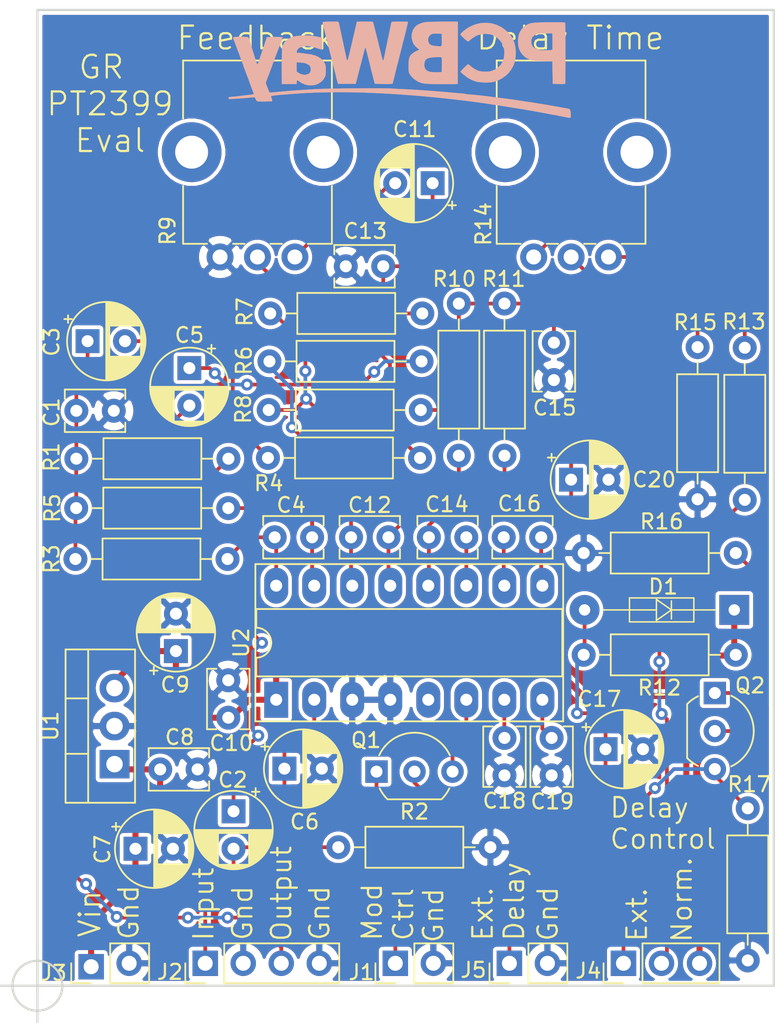
<source format=kicad_pcb>
(kicad_pcb (version 20171130) (host pcbnew "(5.1.2-1)-1")
  (layers (0 F.Cu signal) (31 B.Cu signal) (34 B.Paste user hide) (35 F.Paste user) (36 B.SilkS user) (37 F.SilkS user) (38 B.Mask user hide) (39 F.Mask user hide) (44 Edge.Cuts user))
  (net 0 "")
  (net 1 GNDREF)
  (net 2 "Net-(C2-Pad1)")
  (net 3 +5V)
  (net 4 "Net-(C1-Pad1)")
  (net 5 "Net-(C4-Pad1)")
  (net 6 "Net-(C6-Pad1)")
  (net 7 "Net-(C16-Pad1)")
  (net 8 "Net-(C17-Pad1)")
  (net 9 "Net-(C15-Pad2)")
  (net 10 "Net-(C16-Pad2)")
  (net 11 "Net-(Q1-Pad3)")
  (net 12 "Net-(R4-Pad2)")
  (net 13 "Net-(C3-Pad2)")
  (net 14 "Net-(C5-Pad1)")
  (net 15 "Net-(C11-Pad1)")
  (net 16 /In)
  (net 17 "Net-(C11-Pad2)")
  (net 18 "Net-(C12-Pad1)")
  (net 19 "Net-(C12-Pad2)")
  (net 20 /Out)
  (net 21 "Net-(C14-Pad1)")
  (net 22 /Vin)
  (net 23 "Net-(C19-Pad2)")
  (net 24 "Net-(C20-Pad1)")
  (net 25 "Net-(J4-Pad1)")
  (net 26 "Net-(J4-Pad2)")
  (net 27 "Net-(C4-Pad2)")
  (net 28 "Net-(C14-Pad2)")
  (net 29 "Net-(C18-Pad2)")
  (net 30 "Net-(Q1-Pad1)")
  (net 31 "Net-(Q2-Pad1)")
  (net 32 "Net-(R13-Pad2)")
  (net 33 "Net-(R14-Pad1)")
  (net 34 "Net-(U2-Pad5)")
  (module "_Custom_Footprints:pcb way logo" (layer B.Cu) (at 109.511 93.171 180)
    (fp_text reference G*** hide)
    (fp_text value LOGO hide)
  )
  (module Capacitor_THT:C_Disc_D3.8mm_W2.6mm_P2.50mm (layer F.Cu) (at 87.911 115.271)
    (fp_text reference C1 (at -1.65 0.1 90) (layer F.SilkS))
    (fp_text value 3n9)
    (pad 2 thru_hole circle (at 2.5 0) (size 1.6 1.6) (drill 0.8) (layers *.Cu *.Mask) (net 1 GNDREF))
    (pad 1 thru_hole circle (at 0 0) (size 1.6 1.6) (drill 0.8) (layers *.Cu *.Mask) (net 4 "Net-(C1-Pad1)"))
  )
  (module Capacitor_THT:CP_Radial_D5.0mm_P2.50mm (layer F.Cu) (at 98.411 142.021 270)
    (fp_text reference C2 (at -2.1 0.05 180) (layer F.SilkS))
    (fp_text value 4u7)
    (pad 2 thru_hole circle (at 2.5 0 270) (size 1.6 1.6) (drill 0.8) (layers *.Cu *.Mask) (net 16 /In))
    (pad 1 thru_hole rect (at 0 0 270) (size 1.6 1.6) (drill 0.8) (layers *.Cu *.Mask) (net 2 "Net-(C2-Pad1)"))
  )
  (module Capacitor_THT:CP_Radial_D5.0mm_P2.50mm (layer F.Cu) (at 88.661 110.621)
    (fp_text reference C3 (at -2.4 0.05 90) (layer F.SilkS))
    (fp_text value 4u7)
    (pad 1 thru_hole rect (at 0 0) (size 1.6 1.6) (drill 0.8) (layers *.Cu *.Mask) (net 4 "Net-(C1-Pad1)"))
    (pad 2 thru_hole circle (at 2.5 0) (size 1.6 1.6) (drill 0.8) (layers *.Cu *.Mask) (net 13 "Net-(C3-Pad2)"))
  )
  (module Capacitor_THT:C_Disc_D3.8mm_W2.6mm_P2.50mm (layer F.Cu) (at 103.661 123.721 180)
    (fp_text reference C4 (at 1.4 2.15) (layer F.SilkS))
    (fp_text value 560pF)
    (pad 1 thru_hole circle (at 0 0 180) (size 1.6 1.6) (drill 0.8) (layers *.Cu *.Mask) (net 5 "Net-(C4-Pad1)"))
    (pad 2 thru_hole circle (at 2.5 0 180) (size 1.6 1.6) (drill 0.8) (layers *.Cu *.Mask) (net 27 "Net-(C4-Pad2)"))
  )
  (module Capacitor_THT:CP_Radial_D5.0mm_P2.50mm (layer F.Cu) (at 95.461 112.421 270)
    (fp_text reference C5 (at -2.2 0 180) (layer F.SilkS))
    (fp_text value 10uF)
    (pad 2 thru_hole circle (at 2.5 0 270) (size 1.6 1.6) (drill 0.8) (layers *.Cu *.Mask) (net 20 /Out))
    (pad 1 thru_hole rect (at 0 0 270) (size 1.6 1.6) (drill 0.8) (layers *.Cu *.Mask) (net 14 "Net-(C5-Pad1)"))
  )
  (module Capacitor_THT:CP_Radial_D5.0mm_P2.50mm (layer F.Cu) (at 101.811 139.171)
    (fp_text reference C6 (at 1.35 3.55) (layer F.SilkS))
    (fp_text value 10uF)
    (pad 1 thru_hole rect (at 0 0) (size 1.6 1.6) (drill 0.8) (layers *.Cu *.Mask) (net 6 "Net-(C6-Pad1)"))
    (pad 2 thru_hole circle (at 2.5 0) (size 1.6 1.6) (drill 0.8) (layers *.Cu *.Mask) (net 1 GNDREF))
  )
  (module Capacitor_THT:CP_Radial_D5.0mm_P2.50mm (layer F.Cu) (at 91.861 144.521)
    (fp_text reference C7 (at -2.2 0.05 90) (layer F.SilkS))
    (fp_text value 4.7uF)
    (pad 1 thru_hole rect (at 0 0) (size 1.6 1.6) (drill 0.8) (layers *.Cu *.Mask) (net 22 /Vin))
    (pad 2 thru_hole circle (at 2.5 0) (size 1.6 1.6) (drill 0.8) (layers *.Cu *.Mask) (net 1 GNDREF))
  )
  (module Capacitor_THT:C_Disc_D3.8mm_W2.6mm_P2.50mm (layer F.Cu) (at 96.011 139.221 180)
    (fp_text reference C8 (at 1.2 2.15) (layer F.SilkS))
    (fp_text value 100nF)
    (pad 2 thru_hole circle (at 2.5 0 180) (size 1.6 1.6) (drill 0.8) (layers *.Cu *.Mask) (net 22 /Vin))
    (pad 1 thru_hole circle (at 0 0 180) (size 1.6 1.6) (drill 0.8) (layers *.Cu *.Mask) (net 1 GNDREF))
  )
  (module Capacitor_THT:CP_Radial_D5.0mm_P2.50mm (layer F.Cu) (at 94.561 131.321 90)
    (fp_text reference C9 (at -2.25 -0.05 180) (layer F.SilkS))
    (fp_text value 4.7uF)
    (pad 1 thru_hole rect (at 0 0 90) (size 1.6 1.6) (drill 0.8) (layers *.Cu *.Mask) (net 3 +5V))
    (pad 2 thru_hole circle (at 2.5 0 90) (size 1.6 1.6) (drill 0.8) (layers *.Cu *.Mask) (net 1 GNDREF))
  )
  (module Capacitor_THT:C_Disc_D3.8mm_W2.6mm_P2.50mm (layer F.Cu) (at 98.061 133.271 270)
    (fp_text reference C10 (at 4.2 -0.2 180) (layer F.SilkS))
    (fp_text value 100nF)
    (pad 1 thru_hole circle (at 0 0 270) (size 1.6 1.6) (drill 0.8) (layers *.Cu *.Mask) (net 1 GNDREF))
    (pad 2 thru_hole circle (at 2.5 0 270) (size 1.6 1.6) (drill 0.8) (layers *.Cu *.Mask) (net 3 +5V))
  )
  (module Capacitor_THT:CP_Radial_D5.0mm_P2.50mm (layer F.Cu) (at 111.711 100.071 180)
    (fp_text reference C11 (at 1.2 3.6) (layer F.SilkS))
    (fp_text value 10uF)
    (pad 2 thru_hole circle (at 2.5 0 180) (size 1.6 1.6) (drill 0.8) (layers *.Cu *.Mask) (net 17 "Net-(C11-Pad2)"))
    (pad 1 thru_hole rect (at 0 0 180) (size 1.6 1.6) (drill 0.8) (layers *.Cu *.Mask) (net 15 "Net-(C11-Pad1)"))
  )
  (module Capacitor_THT:C_Disc_D3.8mm_W2.6mm_P2.50mm (layer F.Cu) (at 108.761 123.721 180)
    (fp_text reference C12 (at 1.25 2.15) (layer F.SilkS))
    (fp_text value 560pF)
    (pad 2 thru_hole circle (at 2.5 0 180) (size 1.6 1.6) (drill 0.8) (layers *.Cu *.Mask) (net 19 "Net-(C12-Pad2)"))
    (pad 1 thru_hole circle (at 0 0 180) (size 1.6 1.6) (drill 0.8) (layers *.Cu *.Mask) (net 18 "Net-(C12-Pad1)"))
  )
  (module Capacitor_THT:C_Disc_D3.8mm_W2.6mm_P2.50mm (layer F.Cu) (at 105.911 105.621)
    (fp_text reference C13 (at 1.3 -2.35) (layer F.SilkS))
    (fp_text value 10nF)
    (pad 1 thru_hole circle (at 0 0) (size 1.6 1.6) (drill 0.8) (layers *.Cu *.Mask) (net 1 GNDREF))
    (pad 2 thru_hole circle (at 2.5 0) (size 1.6 1.6) (drill 0.8) (layers *.Cu *.Mask) (net 15 "Net-(C11-Pad1)"))
  )
  (module Capacitor_THT:C_Disc_D3.8mm_W2.6mm_P2.50mm (layer F.Cu) (at 113.961 123.721 180)
    (fp_text reference C14 (at 1.3 2.2) (layer F.SilkS))
    (fp_text value 82nF)
    (pad 1 thru_hole circle (at 0 0 180) (size 1.6 1.6) (drill 0.8) (layers *.Cu *.Mask) (net 21 "Net-(C14-Pad1)"))
    (pad 2 thru_hole circle (at 2.5 0 180) (size 1.6 1.6) (drill 0.8) (layers *.Cu *.Mask) (net 28 "Net-(C14-Pad2)"))
  )
  (module Capacitor_THT:C_Disc_D3.8mm_W2.6mm_P2.50mm (layer F.Cu) (at 119.811 113.221 90)
    (fp_text reference C15 (at -1.85 0.05 180) (layer F.SilkS))
    (fp_text value 3n3)
    (pad 1 thru_hole circle (at 0 0 90) (size 1.6 1.6) (drill 0.8) (layers *.Cu *.Mask) (net 1 GNDREF))
    (pad 2 thru_hole circle (at 2.5 0 90) (size 1.6 1.6) (drill 0.8) (layers *.Cu *.Mask) (net 9 "Net-(C15-Pad2)"))
  )
  (module Capacitor_THT:C_Disc_D3.8mm_W2.6mm_P2.50mm (layer F.Cu) (at 118.961 123.721 180)
    (fp_text reference C16 (at 1.45 2.25) (layer F.SilkS))
    (fp_text value 82nF)
    (pad 2 thru_hole circle (at 2.5 0 180) (size 1.6 1.6) (drill 0.8) (layers *.Cu *.Mask) (net 10 "Net-(C16-Pad2)"))
    (pad 1 thru_hole circle (at 0 0 180) (size 1.6 1.6) (drill 0.8) (layers *.Cu *.Mask) (net 7 "Net-(C16-Pad1)"))
  )
  (module Capacitor_THT:CP_Radial_D5.0mm_P2.50mm (layer F.Cu) (at 123.261 137.871)
    (fp_text reference C17 (at -0.4 -3.35 180) (layer F.SilkS))
    (fp_text value 47uF)
    (pad 2 thru_hole circle (at 2.5 0) (size 1.6 1.6) (drill 0.8) (layers *.Cu *.Mask) (net 1 GNDREF))
    (pad 1 thru_hole rect (at 0 0) (size 1.6 1.6) (drill 0.8) (layers *.Cu *.Mask) (net 8 "Net-(C17-Pad1)"))
  )
  (module Capacitor_THT:C_Disc_D3.8mm_W2.6mm_P2.50mm (layer F.Cu) (at 116.511 139.621 90)
    (fp_text reference C18 (at -1.7 0 180) (layer F.SilkS))
    (fp_text value 100nF)
    (pad 1 thru_hole circle (at 0 0 90) (size 1.6 1.6) (drill 0.8) (layers *.Cu *.Mask) (net 1 GNDREF))
    (pad 2 thru_hole circle (at 2.5 0 90) (size 1.6 1.6) (drill 0.8) (layers *.Cu *.Mask) (net 29 "Net-(C18-Pad2)"))
  )
  (module Capacitor_THT:C_Disc_D3.8mm_W2.6mm_P2.50mm (layer F.Cu) (at 119.661 139.621 90)
    (fp_text reference C19 (at -1.75 0.05 180) (layer F.SilkS))
    (fp_text value 100nF)
    (pad 2 thru_hole circle (at 2.5 0 90) (size 1.6 1.6) (drill 0.8) (layers *.Cu *.Mask) (net 23 "Net-(C19-Pad2)"))
    (pad 1 thru_hole circle (at 0 0 90) (size 1.6 1.6) (drill 0.8) (layers *.Cu *.Mask) (net 1 GNDREF))
  )
  (module Capacitor_THT:CP_Radial_D5.0mm_P2.50mm (layer F.Cu) (at 120.961 119.871)
    (fp_text reference C20 (at 5.55 0) (layer F.SilkS))
    (fp_text value 1uF)
    (pad 1 thru_hole rect (at 0 0) (size 1.6 1.6) (drill 0.8) (layers *.Cu *.Mask) (net 24 "Net-(C20-Pad1)"))
    (pad 2 thru_hole circle (at 2.5 0) (size 1.6 1.6) (drill 0.8) (layers *.Cu *.Mask) (net 1 GNDREF))
  )
  (module digikey-footprints:Diode_DO-35_P10mm (layer F.Cu) (at 131.861 128.571 180)
    (fp_text reference D1 (at 4.75 1.55) (layer F.SilkS))
    (fp_text value 1N4148)
    (pad 1 thru_hole rect (at 0 0 180) (size 2 2) (drill 0.76) (layers *.Cu *.Mask) (net 3 +5V))
    (pad 2 thru_hole circle (at 10 0 180) (size 2 2) (drill 0.76) (layers *.Cu *.Mask) (net 8 "Net-(C17-Pad1)"))
  )
  (module Connector_PinHeader_2.54mm:PinHeader_1x02_P2.54mm_Vertical (layer F.Cu) (at 109.22 152.171 90)
    (fp_text reference J1 (at -0.6 -2.259 180) (layer F.SilkS))
    (fp_text value Conn_01x02)
    (pad 1 thru_hole rect (at 0 0 90) (size 1.7 1.7) (drill 1) (layers *.Cu *.Mask) (net 6 "Net-(C6-Pad1)"))
    (pad 2 thru_hole oval (at 0 2.54 90) (size 1.7 1.7) (drill 1) (layers *.Cu *.Mask) (net 1 GNDREF))
  )
  (module Connector_PinHeader_2.54mm:PinHeader_1x04_P2.54mm_Vertical (layer F.Cu) (at 96.52 152.171 90)
    (fp_text reference J2 (at -0.58 -2.36 180) (layer F.SilkS))
    (fp_text value Conn_01x04)
    (pad 1 thru_hole rect (at 0 0 90) (size 1.7 1.7) (drill 1) (layers *.Cu *.Mask) (net 16 /In))
    (pad 2 thru_hole oval (at 0 2.54 90) (size 1.7 1.7) (drill 1) (layers *.Cu *.Mask) (net 1 GNDREF))
    (pad 3 thru_hole oval (at 0 5.08 90) (size 1.7 1.7) (drill 1) (layers *.Cu *.Mask) (net 20 /Out))
    (pad 4 thru_hole oval (at 0 7.62 90) (size 1.7 1.7) (drill 1) (layers *.Cu *.Mask) (net 1 GNDREF))
  )
  (module Connector_PinHeader_2.54mm:PinHeader_1x02_P2.54mm_Vertical (layer F.Cu) (at 88.9 152.171 90)
    (fp_text reference J3 (at -0.65 -2.489 180) (layer F.SilkS))
    (fp_text value Conn_01x02)
    (pad 2 thru_hole oval (at 0 2.54 90) (size 1.7 1.7) (drill 1) (layers *.Cu *.Mask) (net 1 GNDREF))
    (pad 1 thru_hole rect (at -0.229 0 90) (size 1.7 1.7) (drill 1) (layers *.Cu *.Mask) (net 22 /Vin))
  )
  (module Connector_PinHeader_2.54mm:PinHeader_1x03_P2.54mm_Vertical (layer F.Cu) (at 124.46 152.171 90)
    (fp_text reference J4 (at -0.5 -2.35 180) (layer F.SilkS))
    (fp_text value Conn_01x03)
    (pad 1 thru_hole rect (at 0 0 90) (size 1.7 1.7) (drill 1) (layers *.Cu *.Mask) (net 25 "Net-(J4-Pad1)"))
    (pad 2 thru_hole oval (at 0 2.54 90) (size 1.7 1.7) (drill 1) (layers *.Cu *.Mask) (net 26 "Net-(J4-Pad2)"))
    (pad 3 thru_hole oval (at 0 5.08 90) (size 1.7 1.7) (drill 1) (layers *.Cu *.Mask) (net 3 +5V))
  )
  (module Connector_PinHeader_2.54mm:PinHeader_1x02_P2.54mm_Vertical (layer F.Cu) (at 116.84 152.171 90)
    (fp_text reference J5 (at -0.45 -2.4 180) (layer F.SilkS))
    (fp_text value Conn_01x02)
    (pad 1 thru_hole rect (at 0 0 90) (size 1.7 1.7) (drill 1) (layers *.Cu *.Mask) (net 25 "Net-(J4-Pad1)"))
    (pad 2 thru_hole oval (at 0 2.54 90) (size 1.7 1.7) (drill 1) (layers *.Cu *.Mask) (net 1 GNDREF))
  )
  (module Package_TO_SOT_THT:TO-92_Inline_Wide (layer F.Cu) (at 107.961 139.371)
    (fp_text reference Q1 (at -0.7 -2.1) (layer F.SilkS))
    (fp_text value 2N3904)
    (pad 2 thru_hole circle (at 2.54 0 90) (size 1.5 1.5) (drill 0.8) (layers *.Cu *.Mask) (net 8 "Net-(C17-Pad1)"))
    (pad 3 thru_hole circle (at 5.08 0 90) (size 1.5 1.5) (drill 0.8) (layers *.Cu *.Mask) (net 11 "Net-(Q1-Pad3)"))
    (pad 1 thru_hole rect (at 0 0 90) (size 1.5 1.5) (drill 0.8) (layers *.Cu *.Mask) (net 30 "Net-(Q1-Pad1)"))
  )
  (module Package_TO_SOT_THT:TO-92_Inline_Wide (layer F.Cu) (at 130.561 134.121 270)
    (fp_text reference Q2 (at -0.5 -2.35 180) (layer F.SilkS))
    (fp_text value 2N3904)
    (pad 1 thru_hole rect (at 0 0) (size 1.5 1.5) (drill 0.8) (layers *.Cu *.Mask) (net 31 "Net-(Q2-Pad1)"))
    (pad 3 thru_hole circle (at 5.08 0) (size 1.5 1.5) (drill 0.8) (layers *.Cu *.Mask) (net 30 "Net-(Q1-Pad1)"))
    (pad 2 thru_hole circle (at 2.54 0) (size 1.5 1.5) (drill 0.8) (layers *.Cu *.Mask) (net 24 "Net-(C20-Pad1)"))
  )
  (module Resistor_THT:R_Axial_DIN0207_L6.3mm_D2.5mm_P10.16mm_Horizontal (layer F.Cu) (at 87.911 118.471)
    (fp_text reference R1 (at -1.65 -0.1 90) (layer F.SilkS))
    (fp_text value 15K)
    (pad 2 thru_hole oval (at 10.16 0) (size 1.6 1.6) (drill 0.8) (layers *.Cu *.Mask) (net 2 "Net-(C2-Pad1)"))
    (pad 1 thru_hole circle (at 0 0) (size 1.6 1.6) (drill 0.8) (layers *.Cu *.Mask) (net 4 "Net-(C1-Pad1)"))
  )
  (module Resistor_THT:R_Axial_DIN0207_L6.3mm_D2.5mm_P10.16mm_Horizontal (layer F.Cu) (at 105.411 144.421)
    (fp_text reference R2 (at 5.08 -2.37) (layer F.SilkS))
    (fp_text value 100K)
    (pad 2 thru_hole oval (at 10.16 0) (size 1.6 1.6) (drill 0.8) (layers *.Cu *.Mask) (net 1 GNDREF))
    (pad 1 thru_hole circle (at 0 0) (size 1.6 1.6) (drill 0.8) (layers *.Cu *.Mask) (net 16 /In))
  )
  (module Resistor_THT:R_Axial_DIN0207_L6.3mm_D2.5mm_P10.16mm_Horizontal (layer F.Cu) (at 98.011 125.171 180)
    (fp_text reference R3 (at 11.75 0 90) (layer F.SilkS))
    (fp_text value 10K)
    (pad 2 thru_hole oval (at 10.16 0 180) (size 1.6 1.6) (drill 0.8) (layers *.Cu *.Mask) (net 4 "Net-(C1-Pad1)"))
    (pad 1 thru_hole circle (at 0 0 180) (size 1.6 1.6) (drill 0.8) (layers *.Cu *.Mask) (net 27 "Net-(C4-Pad2)"))
  )
  (module Resistor_THT:R_Axial_DIN0207_L6.3mm_D2.5mm_P10.16mm_Horizontal (layer F.Cu) (at 100.711 118.421)
    (fp_text reference R4 (at 0.05 1.7) (layer F.SilkS))
    (fp_text value 10K)
    (pad 1 thru_hole circle (at 0 0) (size 1.6 1.6) (drill 0.8) (layers *.Cu *.Mask) (net 13 "Net-(C3-Pad2)"))
    (pad 2 thru_hole oval (at 10.16 0) (size 1.6 1.6) (drill 0.8) (layers *.Cu *.Mask) (net 12 "Net-(R4-Pad2)"))
  )
  (module Resistor_THT:R_Axial_DIN0207_L6.3mm_D2.5mm_P10.16mm_Horizontal (layer F.Cu) (at 98.061 121.771 180)
    (fp_text reference R5 (at 11.75 0 90) (layer F.SilkS))
    (fp_text value 10K)
    (pad 1 thru_hole circle (at 0 0 180) (size 1.6 1.6) (drill 0.8) (layers *.Cu *.Mask) (net 5 "Net-(C4-Pad1)"))
    (pad 2 thru_hole oval (at 10.16 0 180) (size 1.6 1.6) (drill 0.8) (layers *.Cu *.Mask) (net 4 "Net-(C1-Pad1)"))
  )
  (module Resistor_THT:R_Axial_DIN0207_L6.3mm_D2.5mm_P10.16mm_Horizontal (layer F.Cu) (at 100.811 111.971)
    (fp_text reference R6 (at -1.7 -0.05 90) (layer F.SilkS))
    (fp_text value 4K7)
    (pad 2 thru_hole oval (at 10.16 0) (size 1.6 1.6) (drill 0.8) (layers *.Cu *.Mask) (net 14 "Net-(C5-Pad1)"))
    (pad 1 thru_hole circle (at 0 0) (size 1.6 1.6) (drill 0.8) (layers *.Cu *.Mask) (net 5 "Net-(C4-Pad1)"))
  )
  (module Resistor_THT:R_Axial_DIN0207_L6.3mm_D2.5mm_P10.16mm_Horizontal (layer F.Cu) (at 100.861 108.771)
    (fp_text reference R7 (at -1.7 -0.1 90) (layer F.SilkS))
    (fp_text value 5K6)
    (pad 1 thru_hole circle (at 0 0) (size 1.6 1.6) (drill 0.8) (layers *.Cu *.Mask) (net 19 "Net-(C12-Pad2)"))
    (pad 2 thru_hole oval (at 10.16 0) (size 1.6 1.6) (drill 0.8) (layers *.Cu *.Mask) (net 15 "Net-(C11-Pad1)"))
  )
  (module Resistor_THT:R_Axial_DIN0207_L6.3mm_D2.5mm_P10.16mm_Horizontal (layer F.Cu) (at 100.761 115.221)
    (fp_text reference R8 (at -1.7 -0.05 90) (layer F.SilkS))
    (fp_text value 15K)
    (pad 2 thru_hole oval (at 10.16 0) (size 1.6 1.6) (drill 0.8) (layers *.Cu *.Mask) (net 9 "Net-(C15-Pad2)"))
    (pad 1 thru_hole circle (at 0 0) (size 1.6 1.6) (drill 0.8) (layers *.Cu *.Mask) (net 19 "Net-(C12-Pad2)"))
  )
  (module footprints:Potentiometer_Bourns_PTV09A-1 (layer F.Cu) (at 102.511 105 90)
    (fp_text reference R9 (at 1.75 -8.5 90) (layer F.SilkS))
    (fp_text value 50K)
    (pad "" np_thru_hole circle (at 7 1.9 90) (size 4 4) (drill 2.2) (layers *.Cu *.Mask))
    (pad "" np_thru_hole circle (at 7 -6.9 90) (size 4 4) (drill 2.2) (layers *.Cu *.Mask))
    (pad 1 thru_hole circle (at 0 0 90) (size 1.8 1.8) (drill 1) (layers *.Cu *.Mask) (net 17 "Net-(C11-Pad2)"))
    (pad 2 thru_hole circle (at 0 -2.5 90) (size 1.8 1.8) (drill 1) (layers *.Cu *.Mask) (net 12 "Net-(R4-Pad2)"))
    (pad 3 thru_hole circle (at 0 -5 90) (size 1.8 1.8) (drill 1) (layers *.Cu *.Mask) (net 1 GNDREF))
  )
  (module Resistor_THT:R_Axial_DIN0207_L6.3mm_D2.5mm_P10.16mm_Horizontal (layer F.Cu) (at 113.461 118.271 90)
    (fp_text reference R10 (at 11.8 -0.3 180) (layer F.SilkS))
    (fp_text value 10K)
    (pad 1 thru_hole circle (at 0 0 90) (size 1.6 1.6) (drill 0.8) (layers *.Cu *.Mask) (net 18 "Net-(C12-Pad1)"))
    (pad 2 thru_hole oval (at 10.16 0 90) (size 1.6 1.6) (drill 0.8) (layers *.Cu *.Mask) (net 9 "Net-(C15-Pad2)"))
  )
  (module Resistor_THT:R_Axial_DIN0207_L6.3mm_D2.5mm_P10.16mm_Horizontal (layer F.Cu) (at 116.511 118.271 90)
    (fp_text reference R11 (at 11.8 -0.05 180) (layer F.SilkS))
    (fp_text value 10K)
    (pad 1 thru_hole circle (at 0 0 90) (size 1.6 1.6) (drill 0.8) (layers *.Cu *.Mask) (net 28 "Net-(C14-Pad2)"))
    (pad 2 thru_hole oval (at 10.16 0 90) (size 1.6 1.6) (drill 0.8) (layers *.Cu *.Mask) (net 9 "Net-(C15-Pad2)"))
  )
  (module Resistor_THT:R_Axial_DIN0207_L6.3mm_D2.5mm_P10.16mm_Horizontal (layer F.Cu) (at 131.961 131.571 180)
    (fp_text reference R12 (at 5.1 -2.2) (layer F.SilkS))
    (fp_text value 10K)
    (pad 2 thru_hole oval (at 10.16 0 180) (size 1.6 1.6) (drill 0.8) (layers *.Cu *.Mask) (net 8 "Net-(C17-Pad1)"))
    (pad 1 thru_hole circle (at 0 0 180) (size 1.6 1.6) (drill 0.8) (layers *.Cu *.Mask) (net 3 +5V))
  )
  (module Resistor_THT:R_Axial_DIN0207_L6.3mm_D2.5mm_P10.16mm_Horizontal (layer F.Cu) (at 132.561 121.221 90)
    (fp_text reference R13 (at 11.9 -0.05 180) (layer F.SilkS))
    (fp_text value 10K)
    (pad 1 thru_hole circle (at 0 0 90) (size 1.6 1.6) (drill 0.8) (layers *.Cu *.Mask) (net 26 "Net-(J4-Pad2)"))
    (pad 2 thru_hole oval (at 10.16 0 90) (size 1.6 1.6) (drill 0.8) (layers *.Cu *.Mask) (net 32 "Net-(R13-Pad2)"))
  )
  (module footprints:Potentiometer_Bourns_PTV09A-1 (layer F.Cu) (at 123.461 105 90)
    (fp_text reference R14 (at 2.2 -8.35 90) (layer F.SilkS))
    (fp_text value 10K)
    (pad 3 thru_hole circle (at 0 -5 90) (size 1.8 1.8) (drill 1) (layers *.Cu *.Mask) (net 32 "Net-(R13-Pad2)"))
    (pad 2 thru_hole circle (at 0 -2.5 90) (size 1.8 1.8) (drill 1) (layers *.Cu *.Mask) (net 24 "Net-(C20-Pad1)"))
    (pad 1 thru_hole circle (at 0 0 90) (size 1.8 1.8) (drill 1) (layers *.Cu *.Mask) (net 33 "Net-(R14-Pad1)"))
    (pad "" np_thru_hole circle (at 7 -6.9 90) (size 4 4) (drill 2.2) (layers *.Cu *.Mask))
    (pad "" np_thru_hole circle (at 7 1.9 90) (size 4 4) (drill 2.2) (layers *.Cu *.Mask))
  )
  (module Resistor_THT:R_Axial_DIN0207_L6.3mm_D2.5mm_P10.16mm_Horizontal (layer F.Cu) (at 129.411 111.021 270)
    (fp_text reference R15 (at -1.65 0.15 180) (layer F.SilkS))
    (fp_text value 2K)
    (pad 2 thru_hole oval (at 10.16 0 270) (size 1.6 1.6) (drill 0.8) (layers *.Cu *.Mask) (net 1 GNDREF))
    (pad 1 thru_hole circle (at 0 0 270) (size 1.6 1.6) (drill 0.8) (layers *.Cu *.Mask) (net 33 "Net-(R14-Pad1)"))
  )
  (module Resistor_THT:R_Axial_DIN0207_L6.3mm_D2.5mm_P10.16mm_Horizontal (layer F.Cu) (at 131.961 124.771 180)
    (fp_text reference R16 (at 4.95 2.1) (layer F.SilkS))
    (fp_text value 1K)
    (pad 1 thru_hole circle (at 0 0 180) (size 1.6 1.6) (drill 0.8) (layers *.Cu *.Mask) (net 31 "Net-(Q2-Pad1)"))
    (pad 2 thru_hole oval (at 10.16 0 180) (size 1.6 1.6) (drill 0.8) (layers *.Cu *.Mask) (net 1 GNDREF))
  )
  (module Resistor_THT:R_Axial_DIN0207_L6.3mm_D2.5mm_P10.16mm_Horizontal (layer F.Cu) (at 132.761 141.821 270)
    (fp_text reference R17 (at -1.6 -0.1) (layer F.SilkS))
    (fp_text value 15K)
    (pad 1 thru_hole circle (at 0 0 270) (size 1.6 1.6) (drill 0.8) (layers *.Cu *.Mask) (net 30 "Net-(Q1-Pad1)"))
    (pad 2 thru_hole oval (at 10.16 0 270) (size 1.6 1.6) (drill 0.8) (layers *.Cu *.Mask) (net 1 GNDREF))
  )
  (module Package_TO_SOT_THT:TO-220-3_Vertical (layer F.Cu) (at 90.461 138.871 90)
    (fp_text reference U1 (at 2.54 -4.27 90) (layer F.SilkS))
    (fp_text value LM7805_TO220)
    (pad 1 thru_hole rect (at 0 0 90) (size 1.905 2) (drill 1.1) (layers *.Cu *.Mask) (net 22 /Vin))
    (pad 2 thru_hole oval (at 2.54 0 90) (size 1.905 2) (drill 1.1) (layers *.Cu *.Mask) (net 1 GNDREF))
    (pad 3 thru_hole oval (at 5.08 0 90) (size 1.905 2) (drill 1.1) (layers *.Cu *.Mask) (net 3 +5V))
  )
  (module Package_DIP:DIP-16_W7.62mm_Socket_LongPads (layer F.Cu) (at 101.261 134.571 90)
    (fp_text reference U2 (at 3.81 -2.33 90) (layer F.SilkS))
    (fp_text value PT2399)
    (pad 1 thru_hole rect (at 0 0 90) (size 2.4 1.6) (drill 0.8) (layers *.Cu *.Mask) (net 3 +5V))
    (pad 9 thru_hole oval (at 7.62 17.78 90) (size 2.4 1.6) (drill 0.8) (layers *.Cu *.Mask) (net 7 "Net-(C16-Pad1)"))
    (pad 2 thru_hole oval (at 0 2.54 90) (size 2.4 1.6) (drill 0.8) (layers *.Cu *.Mask) (net 6 "Net-(C6-Pad1)"))
    (pad 10 thru_hole oval (at 7.62 15.24 90) (size 2.4 1.6) (drill 0.8) (layers *.Cu *.Mask) (net 10 "Net-(C16-Pad2)"))
    (pad 3 thru_hole oval (at 0 5.08 90) (size 2.4 1.6) (drill 0.8) (layers *.Cu *.Mask) (net 1 GNDREF))
    (pad 11 thru_hole oval (at 7.62 12.7 90) (size 2.4 1.6) (drill 0.8) (layers *.Cu *.Mask) (net 21 "Net-(C14-Pad1)"))
    (pad 4 thru_hole oval (at 0 7.62 90) (size 2.4 1.6) (drill 0.8) (layers *.Cu *.Mask) (net 1 GNDREF))
    (pad 12 thru_hole oval (at 7.62 10.16 90) (size 2.4 1.6) (drill 0.8) (layers *.Cu *.Mask) (net 28 "Net-(C14-Pad2)"))
    (pad 5 thru_hole oval (at 0 10.16 90) (size 2.4 1.6) (drill 0.8) (layers *.Cu *.Mask) (net 34 "Net-(U2-Pad5)"))
    (pad 13 thru_hole oval (at 7.62 7.62 90) (size 2.4 1.6) (drill 0.8) (layers *.Cu *.Mask) (net 18 "Net-(C12-Pad1)"))
    (pad 6 thru_hole oval (at 0 12.7 90) (size 2.4 1.6) (drill 0.8) (layers *.Cu *.Mask) (net 11 "Net-(Q1-Pad3)"))
    (pad 14 thru_hole oval (at 7.62 5.08 90) (size 2.4 1.6) (drill 0.8) (layers *.Cu *.Mask) (net 19 "Net-(C12-Pad2)"))
    (pad 7 thru_hole oval (at 0 15.24 90) (size 2.4 1.6) (drill 0.8) (layers *.Cu *.Mask) (net 29 "Net-(C18-Pad2)"))
    (pad 15 thru_hole oval (at 7.62 2.54 90) (size 2.4 1.6) (drill 0.8) (layers *.Cu *.Mask) (net 5 "Net-(C4-Pad1)"))
    (pad 8 thru_hole oval (at 0 17.78 90) (size 2.4 1.6) (drill 0.8) (layers *.Cu *.Mask) (net 23 "Net-(C19-Pad2)"))
    (pad 16 thru_hole oval (at 7.62 0 90) (size 2.4 1.6) (drill 0.8) (layers *.Cu *.Mask) (net 27 "Net-(C4-Pad2)"))
  )
  (gr_text "Delay Time" (at 120.911 90.371) (layer F.SilkS) (effects (font (size 1.524 1.524))))
  (gr_text Feedback (at 99.911 90.371) (layer F.SilkS) (effects (font (size 1.524 1.524))))
  (gr_text "Delay\nControl" (at 123.461 142.821) (layer F.SilkS) (effects (font (size 1.3 1.3)) (justify left)))
  (gr_text Norm. (at 128.361 150.871 90) (layer F.SilkS) (effects (font (size 1.3 1.3)) (justify left)))
  (gr_text Ext. (at 125.361 150.821 90) (layer F.SilkS) (effects (font (size 1.3 1.3)) (justify left)))
  (gr_text "Ext.\nDelay" (at 116.111 150.771 90) (layer F.SilkS) (effects (font (size 1.3 1.3)) (justify left)))
  (gr_text "Mod \nCtrl" (at 108.711 150.771 90) (layer F.SilkS) (effects (font (size 1.3 1.3)) (justify left)))
  (gr_text Output (at 101.611 147.521 90) (layer F.SilkS) (effects (font (size 1.3 1.3))))
  (gr_text Input (at 96.411 148.221 90) (layer F.SilkS) (effects (font (size 1.3 1.3))))
  (gr_text "Gnd\n" (at 119.411 148.871 90) (layer F.SilkS) (effects (font (size 1.3 1.3))))
  (gr_text "Gnd\n" (at 111.761 148.971 90) (layer F.SilkS) (effects (font (size 1.3 1.3))))
  (gr_text "Gnd\n" (at 104.161 148.821 90) (layer F.SilkS) (effects (font (size 1.3 1.3))))
  (gr_text "Gnd\n" (at 99.011 148.821 90) (layer F.SilkS) (effects (font (size 1.3 1.3))))
  (target plus (at 85.311 153.671) (size 5) (width 0.15) (layer Edge.Cuts))
  (gr_line (start 85.311 153.671) (end 85.311 88.5) (layer Edge.Cuts) (width 0.15))
  (gr_line (start 134.5 153.671) (end 85.311 153.671) (layer Edge.Cuts) (width 0.15))
  (gr_line (start 134.5 88.5) (end 134.5 153.671) (layer Edge.Cuts) (width 0.15))
  (gr_line (start 85.311 88.5) (end 134.5 88.5) (layer Edge.Cuts) (width 0.15))
  (gr_text Vin (at 88.811 148.871 90) (layer F.SilkS) (effects (font (size 1.4 1.4))))
  (gr_text "Gnd\n" (at 91.411 148.771 90) (layer F.SilkS) (effects (font (size 1.3 1.3))))
  (gr_text "GR \nPT2399\nEval" (at 90.161 94.771) (layer F.SilkS) (effects (font (size 1.524 1.524))))
  (segment (start 98.411 138.621) (end 100.061 136.971) (width 0.25) (layer F.Cu) (net 2))
  (via (at 100.061 136.971) (size 0.8) (drill 0.4) (layers F.Cu B.Cu) (net 2))
  (segment (start 98.411 142.021) (end 98.411 138.621) (width 0.25) (layer F.Cu) (net 2))
  (segment (start 100.061 136.971) (end 99.711 136.621) (width 0.25) (layer B.Cu) (net 2))
  (via (at 100.311 130.771) (size 0.8) (drill 0.4) (layers F.Cu B.Cu) (net 2))
  (segment (start 99.711 131.371) (end 100.311 130.771) (width 0.25) (layer B.Cu) (net 2))
  (segment (start 99.711 136.621) (end 99.711 131.371) (width 0.25) (layer B.Cu) (net 2))
  (segment (start 96.411 120.131) (end 98.071 118.471) (width 0.25) (layer F.Cu) (net 2))
  (segment (start 96.411 126.871) (end 96.411 120.131) (width 0.25) (layer F.Cu) (net 2))
  (segment (start 100.311 130.771) (end 96.411 126.871) (width 0.25) (layer F.Cu) (net 2))
  (segment (start 90.461 133.791) (end 90.461 133.371) (width 0.4064) (layer F.Cu) (net 3))
  (segment (start 92.511 131.321) (end 94.561 131.321) (width 0.4064) (layer F.Cu) (net 3))
  (segment (start 90.461 133.371) (end 92.511 131.321) (width 0.4064) (layer F.Cu) (net 3))
  (segment (start 94.561 131.321) (end 94.561 134.521) (width 0.4064) (layer F.Cu) (net 3))
  (segment (start 95.811 135.771) (end 98.061 135.771) (width 0.4064) (layer F.Cu) (net 3))
  (segment (start 94.561 134.521) (end 95.811 135.771) (width 0.4064) (layer F.Cu) (net 3))
  (segment (start 98.061 135.771) (end 98.261 135.771) (width 0.4064) (layer F.Cu) (net 3))
  (segment (start 99.461 134.571) (end 101.261 134.571) (width 0.4064) (layer F.Cu) (net 3))
  (segment (start 98.261 135.771) (end 99.461 134.571) (width 0.4064) (layer F.Cu) (net 3))
  (segment (start 131.861 131.471) (end 131.961 131.571) (width 0.4064) (layer F.Cu) (net 3))
  (segment (start 131.861 128.571) (end 131.861 131.471) (width 0.4064) (layer F.Cu) (net 3))
  (segment (start 101.261 134.571) (end 101.261 132.271) (width 0.4064) (layer F.Cu) (net 3))
  (segment (start 101.261 132.271) (end 101.811 131.721) (width 0.4064) (layer F.Cu) (net 3))
  (segment (start 101.811 131.721) (end 119.161 131.721) (width 0.4064) (layer F.Cu) (net 3))
  (segment (start 119.161 131.721) (end 121.761 134.321) (width 0.4064) (layer F.Cu) (net 3))
  (segment (start 121.761 134.321) (end 128.111 134.321) (width 0.4064) (layer F.Cu) (net 3))
  (segment (start 128.661 134.321) (end 128.111 134.321) (width 0.4064) (layer F.Cu) (net 3))
  (segment (start 128.661 132.471) (end 128.661 134.321) (width 0.4064) (layer F.Cu) (net 3))
  (segment (start 129.511 131.621) (end 128.661 132.471) (width 0.4064) (layer F.Cu) (net 3))
  (segment (start 131.861 131.621) (end 129.511 131.621) (width 0.4064) (layer F.Cu) (net 3))
  (segment (start 131.961 131.721) (end 131.861 131.621) (width 0.4064) (layer F.Cu) (net 3))
  (segment (start 131.961 131.571) (end 131.961 131.721) (width 0.4064) (layer F.Cu) (net 3))
  (segment (start 129.54 150.3) (end 129.54 152.171) (width 0.4064) (layer F.Cu) (net 3))
  (segment (start 128.661 149.421) (end 129.54 150.3) (width 0.4064) (layer F.Cu) (net 3))
  (segment (start 128.661 134.321) (end 128.661 149.421) (width 0.4064) (layer F.Cu) (net 3))
  (segment (start 87.851 121.821) (end 87.901 121.771) (width 0.25) (layer F.Cu) (net 4))
  (segment (start 87.851 125.171) (end 87.851 121.821) (width 0.25) (layer F.Cu) (net 4))
  (segment (start 87.901 118.481) (end 87.911 118.471) (width 0.25) (layer F.Cu) (net 4))
  (segment (start 87.901 121.771) (end 87.901 118.481) (width 0.25) (layer F.Cu) (net 4))
  (segment (start 87.911 118.471) (end 87.911 115.271) (width 0.25) (layer F.Cu) (net 4))
  (segment (start 88.661 110.621) (end 88.661 112.971) (width 0.25) (layer F.Cu) (net 4))
  (segment (start 87.911 113.721) (end 87.911 115.271) (width 0.25) (layer F.Cu) (net 4))
  (segment (start 88.661 112.971) (end 87.911 113.721) (width 0.25) (layer F.Cu) (net 4))
  (segment (start 103.661 126.811) (end 103.801 126.951) (width 0.25) (layer F.Cu) (net 5))
  (segment (start 103.661 123.721) (end 103.661 126.811) (width 0.25) (layer F.Cu) (net 5))
  (segment (start 100.811 111.971) (end 100.811 112.321) (width 0.25) (layer B.Cu) (net 5))
  (segment (start 102.311 113.821) (end 102.311 116.371) (width 0.25) (layer B.Cu) (net 5))
  (via (at 102.311 116.371) (size 0.8) (drill 0.4) (layers F.Cu B.Cu) (net 5))
  (segment (start 100.811 112.321) (end 102.311 113.821) (width 0.25) (layer B.Cu) (net 5))
  (segment (start 103.661 117.721) (end 103.661 123.721) (width 0.25) (layer F.Cu) (net 5))
  (segment (start 102.311 116.371) (end 103.661 117.721) (width 0.25) (layer F.Cu) (net 5))
  (segment (start 103.661 121.771) (end 103.661 123.721) (width 0.25) (layer F.Cu) (net 5))
  (segment (start 98.061 121.771) (end 103.661 121.771) (width 0.25) (layer F.Cu) (net 5))
  (segment (start 103.801 134.571) (end 103.801 136.481) (width 0.25) (layer F.Cu) (net 6))
  (segment (start 103.801 136.481) (end 103.061 137.221) (width 0.25) (layer F.Cu) (net 6))
  (segment (start 103.061 137.221) (end 102.361 137.221) (width 0.25) (layer F.Cu) (net 6))
  (segment (start 101.811 137.771) (end 101.811 139.171) (width 0.25) (layer F.Cu) (net 6))
  (segment (start 102.361 137.221) (end 101.811 137.771) (width 0.25) (layer F.Cu) (net 6))
  (segment (start 109.22 152.171) (end 109.22 144.83) (width 0.25) (layer F.Cu) (net 6))
  (segment (start 109.22 144.83) (end 106.911 142.521) (width 0.25) (layer F.Cu) (net 6))
  (segment (start 106.911 142.521) (end 102.961 142.521) (width 0.25) (layer F.Cu) (net 6))
  (segment (start 101.811 141.371) (end 101.811 139.171) (width 0.25) (layer F.Cu) (net 6))
  (segment (start 102.961 142.521) (end 101.811 141.371) (width 0.25) (layer F.Cu) (net 6))
  (segment (start 118.961 126.871) (end 119.041 126.951) (width 0.25) (layer F.Cu) (net 7))
  (segment (start 118.961 123.721) (end 118.961 126.871) (width 0.25) (layer F.Cu) (net 7))
  (segment (start 121.861 131.511) (end 121.801 131.571) (width 0.25) (layer F.Cu) (net 8))
  (segment (start 121.861 128.571) (end 121.861 131.511) (width 0.25) (layer F.Cu) (net 8))
  (segment (start 123.261 137.871) (end 123.261 136.421) (width 0.25) (layer F.Cu) (net 8))
  (via (at 121.361 135.471) (size 0.8) (drill 0.4) (layers F.Cu B.Cu) (net 8))
  (segment (start 122.311 135.471) (end 121.361 135.471) (width 0.25) (layer F.Cu) (net 8))
  (segment (start 123.261 136.421) (end 122.311 135.471) (width 0.25) (layer F.Cu) (net 8))
  (segment (start 121.361 132.011) (end 121.801 131.571) (width 0.25) (layer B.Cu) (net 8))
  (segment (start 121.361 135.471) (end 121.361 132.011) (width 0.25) (layer B.Cu) (net 8))
  (segment (start 110.501 139.371) (end 110.501 140.111) (width 0.25) (layer F.Cu) (net 8))
  (segment (start 110.501 140.111) (end 111.661 141.271) (width 0.25) (layer F.Cu) (net 8))
  (segment (start 111.661 141.271) (end 121.761 141.271) (width 0.25) (layer F.Cu) (net 8))
  (segment (start 123.261 139.771) (end 123.261 137.871) (width 0.25) (layer F.Cu) (net 8))
  (segment (start 121.761 141.271) (end 123.261 139.771) (width 0.25) (layer F.Cu) (net 8))
  (segment (start 113.461 108.111) (end 116.511 108.111) (width 0.25) (layer F.Cu) (net 9))
  (segment (start 116.511 108.111) (end 118.701 108.111) (width 0.25) (layer F.Cu) (net 9))
  (segment (start 119.811 109.221) (end 119.811 110.721) (width 0.25) (layer F.Cu) (net 9))
  (segment (start 118.701 108.111) (end 119.811 109.221) (width 0.25) (layer F.Cu) (net 9))
  (segment (start 110.921 115.221) (end 112.511 115.221) (width 0.25) (layer F.Cu) (net 9))
  (segment (start 113.461 114.271) (end 113.461 108.111) (width 0.25) (layer F.Cu) (net 9))
  (segment (start 112.511 115.221) (end 113.461 114.271) (width 0.25) (layer F.Cu) (net 9))
  (segment (start 116.461 126.911) (end 116.501 126.951) (width 0.25) (layer F.Cu) (net 10))
  (segment (start 116.461 123.721) (end 116.461 126.911) (width 0.25) (layer F.Cu) (net 10))
  (segment (start 113.041 139.371) (end 113.041 137.691) (width 0.25) (layer F.Cu) (net 11))
  (segment (start 113.961 136.771) (end 113.961 134.571) (width 0.25) (layer F.Cu) (net 11))
  (segment (start 113.041 137.691) (end 113.961 136.771) (width 0.25) (layer F.Cu) (net 11))
  (segment (start 100.011 105) (end 100.011 105.371) (width 0.25) (layer F.Cu) (net 12))
  (segment (start 100.011 105.371) (end 102.861 108.221) (width 0.25) (layer F.Cu) (net 12))
  (segment (start 102.861 108.221) (end 104.961 108.221) (width 0.25) (layer F.Cu) (net 12))
  (segment (start 104.961 108.221) (end 108.861 112.121) (width 0.25) (layer F.Cu) (net 12))
  (segment (start 108.861 116.411) (end 110.871 118.421) (width 0.25) (layer F.Cu) (net 12))
  (segment (start 108.861 112.121) (end 108.861 116.411) (width 0.25) (layer F.Cu) (net 12))
  (segment (start 100.711 118.421) (end 100.711 118.371) (width 0.25) (layer F.Cu) (net 13))
  (segment (start 100.711 118.371) (end 98.361 116.021) (width 0.25) (layer F.Cu) (net 13))
  (segment (start 98.361 116.021) (end 98.361 111.571) (width 0.25) (layer F.Cu) (net 13))
  (segment (start 97.411 110.621) (end 91.161 110.621) (width 0.25) (layer F.Cu) (net 13))
  (segment (start 98.361 111.571) (end 97.411 110.621) (width 0.25) (layer F.Cu) (net 13))
  (via (at 97.161 112.771) (size 0.8) (drill 0.4) (layers F.Cu B.Cu) (net 14))
  (segment (start 96.811 112.421) (end 97.161 112.771) (width 0.25) (layer F.Cu) (net 14))
  (segment (start 95.461 112.421) (end 96.811 112.421) (width 0.25) (layer F.Cu) (net 14))
  (via (at 99.311 113.521) (size 0.8) (drill 0.4) (layers F.Cu B.Cu) (net 14))
  (segment (start 97.911 113.521) (end 99.311 113.521) (width 0.25) (layer B.Cu) (net 14))
  (segment (start 97.161 112.771) (end 97.911 113.521) (width 0.25) (layer B.Cu) (net 14))
  (via (at 107.811 112.671) (size 0.8) (drill 0.4) (layers F.Cu B.Cu) (net 14))
  (segment (start 106.961 113.521) (end 107.811 112.671) (width 0.25) (layer F.Cu) (net 14))
  (segment (start 99.311 113.521) (end 106.961 113.521) (width 0.25) (layer F.Cu) (net 14))
  (segment (start 108.511 111.971) (end 110.971 111.971) (width 0.25) (layer B.Cu) (net 14))
  (segment (start 107.811 112.671) (end 108.511 111.971) (width 0.25) (layer B.Cu) (net 14))
  (segment (start 108.411 105.621) (end 108.411 107.821) (width 0.25) (layer F.Cu) (net 15))
  (segment (start 109.361 108.771) (end 111.021 108.771) (width 0.25) (layer F.Cu) (net 15))
  (segment (start 108.411 107.821) (end 109.361 108.771) (width 0.25) (layer F.Cu) (net 15))
  (segment (start 108.411 105.621) (end 110.611 105.621) (width 0.25) (layer F.Cu) (net 15))
  (segment (start 111.711 104.521) (end 111.711 100.071) (width 0.25) (layer F.Cu) (net 15))
  (segment (start 110.611 105.621) (end 111.711 104.521) (width 0.25) (layer F.Cu) (net 15))
  (segment (start 96.52 152.171) (end 96.52 148.562) (width 0.25) (layer F.Cu) (net 16))
  (segment (start 98.411 146.671) (end 98.411 144.521) (width 0.25) (layer F.Cu) (net 16))
  (segment (start 96.52 148.562) (end 98.411 146.671) (width 0.25) (layer F.Cu) (net 16))
  (segment (start 98.511 144.421) (end 98.411 144.521) (width 0.25) (layer F.Cu) (net 16))
  (segment (start 105.411 144.421) (end 98.511 144.421) (width 0.25) (layer F.Cu) (net 16))
  (segment (start 109.211 100.071) (end 108.911 100.071) (width 0.25) (layer F.Cu) (net 17))
  (segment (start 108.911 100.071) (end 106.011 102.971) (width 0.25) (layer F.Cu) (net 17))
  (segment (start 104.54 102.971) (end 102.511 105) (width 0.25) (layer F.Cu) (net 17))
  (segment (start 106.011 102.971) (end 104.54 102.971) (width 0.25) (layer F.Cu) (net 17))
  (segment (start 108.761 126.831) (end 108.881 126.951) (width 0.25) (layer F.Cu) (net 18))
  (segment (start 108.761 123.721) (end 108.761 126.831) (width 0.25) (layer F.Cu) (net 18))
  (segment (start 113.461 119.521) (end 113.461 118.271) (width 0.25) (layer F.Cu) (net 18))
  (segment (start 110.411 122.571) (end 113.461 119.521) (width 0.25) (layer F.Cu) (net 18))
  (segment (start 109.861 122.571) (end 110.411 122.571) (width 0.25) (layer F.Cu) (net 18))
  (segment (start 108.761 123.671) (end 109.861 122.571) (width 0.25) (layer F.Cu) (net 18))
  (segment (start 108.761 123.721) (end 108.761 123.671) (width 0.25) (layer F.Cu) (net 18))
  (segment (start 106.261 126.871) (end 106.341 126.951) (width 0.25) (layer F.Cu) (net 19))
  (segment (start 106.261 123.721) (end 106.261 126.871) (width 0.25) (layer F.Cu) (net 19))
  (segment (start 100.861 108.771) (end 101.111 108.771) (width 0.25) (layer F.Cu) (net 19))
  (via (at 103.211 112.621) (size 0.8) (drill 0.4) (layers F.Cu B.Cu) (net 19))
  (segment (start 103.211 110.871) (end 103.211 112.621) (width 0.25) (layer F.Cu) (net 19))
  (segment (start 101.111 108.771) (end 103.211 110.871) (width 0.25) (layer F.Cu) (net 19))
  (via (at 103.261 114.471) (size 0.8) (drill 0.4) (layers F.Cu B.Cu) (net 19))
  (segment (start 103.211 114.421) (end 103.261 114.471) (width 0.25) (layer B.Cu) (net 19))
  (segment (start 103.211 112.621) (end 103.211 114.421) (width 0.25) (layer B.Cu) (net 19))
  (segment (start 102.511 115.221) (end 100.761 115.221) (width 0.25) (layer F.Cu) (net 19))
  (segment (start 103.261 114.471) (end 102.511 115.221) (width 0.25) (layer F.Cu) (net 19))
  (segment (start 106.261 117.471) (end 106.261 123.721) (width 0.25) (layer F.Cu) (net 19))
  (segment (start 103.261 114.471) (end 106.261 117.471) (width 0.25) (layer F.Cu) (net 19))
  (segment (start 101.6 152.171) (end 101.6 151.11) (width 0.25) (layer F.Cu) (net 20))
  (segment (start 99.611 149.121) (end 98.011 149.121) (width 0.25) (layer F.Cu) (net 20))
  (via (at 98.011 149.121) (size 0.8) (drill 0.4) (layers F.Cu B.Cu) (net 20))
  (segment (start 101.6 151.11) (end 99.611 149.121) (width 0.25) (layer F.Cu) (net 20))
  (via (at 95.361 149.121) (size 0.8) (drill 0.4) (layers F.Cu B.Cu) (net 20))
  (segment (start 98.011 149.121) (end 95.361 149.121) (width 0.25) (layer B.Cu) (net 20))
  (via (at 90.611 149.071) (size 0.8) (drill 0.4) (layers F.Cu B.Cu) (net 20))
  (segment (start 90.661 149.121) (end 90.611 149.071) (width 0.25) (layer F.Cu) (net 20))
  (segment (start 95.361 149.121) (end 90.661 149.121) (width 0.25) (layer F.Cu) (net 20))
  (via (at 88.561 146.871) (size 0.8) (drill 0.4) (layers F.Cu B.Cu) (net 20))
  (segment (start 88.561 147.021) (end 88.561 146.871) (width 0.25) (layer B.Cu) (net 20))
  (segment (start 90.611 149.071) (end 88.561 147.021) (width 0.25) (layer B.Cu) (net 20))
  (segment (start 93.811 116.571) (end 95.461 114.921) (width 0.25) (layer F.Cu) (net 20))
  (segment (start 87.511 130.071) (end 93.811 123.771) (width 0.25) (layer F.Cu) (net 20))
  (segment (start 87.511 145.971) (end 87.511 130.071) (width 0.25) (layer F.Cu) (net 20))
  (segment (start 93.811 123.771) (end 93.811 116.571) (width 0.25) (layer F.Cu) (net 20))
  (segment (start 88.411 146.871) (end 87.511 145.971) (width 0.25) (layer F.Cu) (net 20))
  (segment (start 88.561 146.871) (end 88.411 146.871) (width 0.25) (layer F.Cu) (net 20))
  (segment (start 113.961 123.721) (end 113.961 126.951) (width 0.25) (layer F.Cu) (net 21))
  (segment (start 88.9 152.4) (end 88.9 149.482) (width 0.4064) (layer F.Cu) (net 22))
  (segment (start 91.861 146.521) (end 91.861 144.521) (width 0.4064) (layer F.Cu) (net 22))
  (segment (start 88.9 149.482) (end 91.861 146.521) (width 0.4064) (layer F.Cu) (net 22))
  (segment (start 91.861 144.521) (end 91.861 143.221) (width 0.4064) (layer F.Cu) (net 22))
  (segment (start 93.511 141.571) (end 93.511 139.221) (width 0.4064) (layer F.Cu) (net 22))
  (segment (start 91.861 143.221) (end 93.511 141.571) (width 0.4064) (layer F.Cu) (net 22))
  (segment (start 90.811 139.221) (end 90.461 138.871) (width 0.4064) (layer F.Cu) (net 22))
  (segment (start 93.511 139.221) (end 90.811 139.221) (width 0.4064) (layer F.Cu) (net 22))
  (segment (start 119.041 136.501) (end 119.661 137.121) (width 0.25) (layer F.Cu) (net 23))
  (segment (start 119.041 134.571) (end 119.041 136.501) (width 0.25) (layer F.Cu) (net 23))
  (segment (start 130.561 136.661) (end 131.771 136.661) (width 0.25) (layer F.Cu) (net 24))
  (segment (start 131.771 136.661) (end 133.961 134.471) (width 0.25) (layer F.Cu) (net 24))
  (segment (start 133.961 134.471) (end 133.961 120.371) (width 0.25) (layer F.Cu) (net 24))
  (segment (start 133.961 120.371) (end 133.011 119.421) (width 0.25) (layer F.Cu) (net 24))
  (segment (start 133.011 119.421) (end 128.011 119.421) (width 0.25) (layer F.Cu) (net 24))
  (segment (start 128.011 119.421) (end 125.661 121.771) (width 0.25) (layer F.Cu) (net 24))
  (segment (start 125.661 121.771) (end 121.711 121.771) (width 0.25) (layer F.Cu) (net 24))
  (segment (start 120.961 121.021) (end 120.961 119.871) (width 0.25) (layer F.Cu) (net 24))
  (segment (start 121.711 121.771) (end 120.961 121.021) (width 0.25) (layer F.Cu) (net 24))
  (segment (start 120.961 119.871) (end 120.961 117.071) (width 0.25) (layer F.Cu) (net 24))
  (segment (start 120.961 117.071) (end 121.861 116.171) (width 0.25) (layer F.Cu) (net 24))
  (segment (start 121.861 105.9) (end 120.961 105) (width 0.25) (layer F.Cu) (net 24))
  (segment (start 121.861 116.171) (end 121.861 105.9) (width 0.25) (layer F.Cu) (net 24))
  (segment (start 116.84 150.492) (end 116.84 152.171) (width 0.25) (layer F.Cu) (net 25))
  (segment (start 117.511 149.821) (end 116.84 150.492) (width 0.25) (layer F.Cu) (net 25))
  (segment (start 123.861 149.821) (end 117.511 149.821) (width 0.25) (layer F.Cu) (net 25))
  (segment (start 124.46 150.42) (end 123.861 149.821) (width 0.25) (layer F.Cu) (net 25))
  (segment (start 124.46 152.171) (end 124.46 150.42) (width 0.25) (layer F.Cu) (net 25))
  (via (at 127.011 135.521) (size 0.8) (drill 0.4) (layers F.Cu B.Cu) (net 26))
  (via (at 126.861 132.021) (size 0.8) (drill 0.4) (layers F.Cu B.Cu) (net 26))
  (segment (start 126.861 135.371) (end 126.861 132.021) (width 0.25) (layer B.Cu) (net 26))
  (segment (start 127.011 135.521) (end 126.861 135.371) (width 0.25) (layer B.Cu) (net 26))
  (segment (start 126.861 126.921) (end 132.561 121.221) (width 0.25) (layer F.Cu) (net 26))
  (segment (start 126.861 132.021) (end 126.861 126.921) (width 0.25) (layer F.Cu) (net 26))
  (segment (start 127.361 135.871) (end 127.011 135.521) (width 0.25) (layer F.Cu) (net 26))
  (segment (start 127.361 151.81) (end 127.361 135.871) (width 0.25) (layer F.Cu) (net 26))
  (segment (start 127 152.171) (end 127.361 151.81) (width 0.25) (layer F.Cu) (net 26))
  (segment (start 101.261 123.821) (end 101.161 123.721) (width 0.25) (layer F.Cu) (net 27))
  (segment (start 101.261 126.951) (end 101.261 123.821) (width 0.25) (layer F.Cu) (net 27))
  (segment (start 98.011 125.171) (end 98.011 125.121) (width 0.25) (layer F.Cu) (net 27))
  (segment (start 99.411 123.721) (end 101.161 123.721) (width 0.25) (layer F.Cu) (net 27))
  (segment (start 98.011 125.121) (end 99.411 123.721) (width 0.25) (layer F.Cu) (net 27))
  (segment (start 111.461 126.911) (end 111.421 126.951) (width 0.25) (layer F.Cu) (net 28))
  (segment (start 111.461 123.721) (end 111.461 126.911) (width 0.25) (layer F.Cu) (net 28))
  (segment (start 111.461 123.721) (end 111.461 122.921) (width 0.25) (layer F.Cu) (net 28))
  (segment (start 111.461 122.921) (end 114.061 120.321) (width 0.25) (layer F.Cu) (net 28))
  (segment (start 114.061 120.321) (end 116.061 120.321) (width 0.25) (layer F.Cu) (net 28))
  (segment (start 116.511 119.871) (end 116.511 118.271) (width 0.25) (layer F.Cu) (net 28))
  (segment (start 116.061 120.321) (end 116.511 119.871) (width 0.25) (layer F.Cu) (net 28))
  (segment (start 116.501 137.111) (end 116.511 137.121) (width 0.25) (layer F.Cu) (net 29))
  (segment (start 116.501 134.571) (end 116.501 137.111) (width 0.25) (layer F.Cu) (net 29))
  (segment (start 130.561 139.621) (end 132.761 141.821) (width 0.25) (layer F.Cu) (net 30))
  (segment (start 130.561 139.201) (end 130.561 139.621) (width 0.25) (layer F.Cu) (net 30))
  (segment (start 107.961 139.371) (end 107.961 140.521) (width 0.25) (layer F.Cu) (net 30))
  (segment (start 107.961 140.521) (end 109.561 142.121) (width 0.25) (layer F.Cu) (net 30))
  (via (at 126.561 140.471) (size 0.8) (drill 0.4) (layers F.Cu B.Cu) (net 30))
  (segment (start 124.911 142.121) (end 126.561 140.471) (width 0.25) (layer F.Cu) (net 30))
  (segment (start 109.561 142.121) (end 124.911 142.121) (width 0.25) (layer F.Cu) (net 30))
  (segment (start 127.831 139.201) (end 130.561 139.201) (width 0.25) (layer B.Cu) (net 30))
  (segment (start 126.561 140.471) (end 127.831 139.201) (width 0.25) (layer B.Cu) (net 30))
  (segment (start 133.411 126.221) (end 131.961 124.771) (width 0.25) (layer F.Cu) (net 31))
  (segment (start 133.411 133.371) (end 133.411 126.221) (width 0.25) (layer F.Cu) (net 31))
  (segment (start 132.661 134.121) (end 133.411 133.371) (width 0.25) (layer F.Cu) (net 31))
  (segment (start 130.561 134.121) (end 132.661 134.121) (width 0.25) (layer F.Cu) (net 31))
  (segment (start 132.561 111.061) (end 132.561 107.921) (width 0.25) (layer F.Cu) (net 32))
  (segment (start 132.561 107.921) (end 127.611 102.971) (width 0.25) (layer F.Cu) (net 32))
  (segment (start 120.49 102.971) (end 118.461 105) (width 0.25) (layer F.Cu) (net 32))
  (segment (start 127.611 102.971) (end 120.49 102.971) (width 0.25) (layer F.Cu) (net 32))
  (segment (start 123.461 105) (end 125.49 105) (width 0.25) (layer F.Cu) (net 33))
  (segment (start 129.411 108.921) (end 129.411 111.021) (width 0.25) (layer F.Cu) (net 33))
  (segment (start 125.49 105) (end 129.411 108.921) (width 0.25) (layer F.Cu) (net 33))
  (zone (net 1) (net_name GNDREF) (layer F.Cu) (connect_pads (clearance 0.254)) (min_thickness 0.2032) (fill yes (arc_segments 32) (thermal_gap 0.508) (thermal_bridge_width 0.4064))
    (polygon (pts (xy 85.100464 88.092741) (xy 134.621537 87.949259) (xy 134.746119 153.390431) (xy 84.643175 153.487425)))
  )
  (zone (net 1) (net_name GNDREF) (layer B.Cu) (connect_pads (clearance 0.254)) (min_thickness 0.2032) (fill yes (arc_segments 32) (thermal_gap 0.508) (thermal_bridge_width 0.4064))
    (polygon (pts (xy 85.025464 88.005241) (xy 134.796537 87.836759) (xy 134.996119 153.365431) (xy 84.643175 153.487425)))
  )
)
</source>
